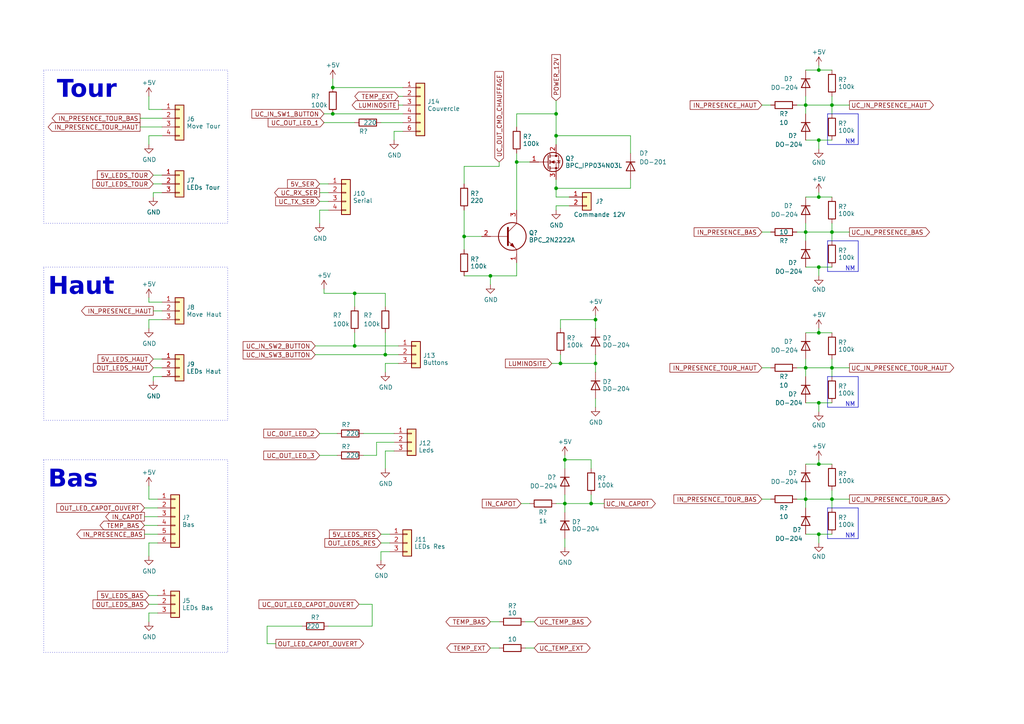
<source format=kicad_sch>
(kicad_sch (version 20230121) (generator eeschema)
  (paper "A4")
  (title_block (title "Cabane à Minou") (rev "B0") (company "BPC") (comment 1 "2 capteurs de température / 3 entrées détecteur de mouvement") (comment 2 "Wifi / Luminosité / RTC") (comment 3 "4 sorties Strip LEDs (Avec Alim. 5V pilotable)") (comment 4 "Alimentation 12V / 1 sortie 12V commutable"))
  (junction (at 172.72 92.71))
  (junction (at 111.76 102.87))
  (junction (at 161.29 54.61))
  (junction (at 96.52 25.4))
  (junction (at 172.72 105.41))
  (junction (at 237.49 40.64))
  (junction (at 233.68 30.48))
  (junction (at 161.29 33.02))
  (junction (at 237.49 134.62))
  (junction (at 163.83 133.35))
  (junction (at 237.49 20.32))
  (junction (at 96.52 33.02))
  (junction (at 237.49 116.84))
  (junction (at 142.24 80.01))
  (junction (at 241.3 106.68))
  (junction (at 241.3 67.31))
  (junction (at 233.68 67.31))
  (junction (at 233.68 106.68))
  (junction (at 163.83 146.05))
  (junction (at 237.49 77.47))
  (junction (at 237.49 154.94))
  (junction (at 233.68 144.78))
  (junction (at 102.87 100.33))
  (junction (at 102.87 85.09))
  (junction (at 161.29 39.37))
  (junction (at 237.49 57.15))
  (junction (at 162.56 105.41))
  (junction (at 237.49 96.52))
  (junction (at 149.86 46.99))
  (junction (at 171.45 146.05))
  (junction (at 241.3 30.48))
  (junction (at 134.62 68.58))
  (junction (at 241.3 144.78))
  (wire (pts (xy 95.25 60.96) (xy 92.71 60.96)))
  (wire (pts (xy 165.1 59.69) (xy 161.29 59.69)))
  (wire (pts (xy 162.56 105.41) (xy 172.72 105.41)))
  (wire (pts (xy 162.56 92.71) (xy 172.72 92.71)))
  (wire (pts (xy 233.68 96.52) (xy 237.49 96.52)))
  (wire (pts (xy 96.52 25.4) (xy 116.84 25.4)))
  (wire (pts (xy 233.68 104.14) (xy 233.68 106.68)))
  (polyline (pts (xy 240.03 69.85) (xy 240.03 78.74)))
  (wire (pts (xy 237.49 96.52) (xy 241.3 96.52)))
  (wire (pts (xy 41.91 152.4) (xy 45.72 152.4)))
  (wire (pts (xy 241.3 30.48) (xy 246.38 30.48)))
  (wire (pts (xy 241.3 30.48) (xy 241.3 33.02)))
  (wire (pts (xy 134.62 68.58) (xy 139.7 68.58)))
  (wire (pts (xy 237.49 154.94) (xy 237.49 157.48)))
  (wire (pts (xy 93.98 83.82) (xy 93.98 85.09)))
  (wire (pts (xy 233.68 27.94) (xy 233.68 30.48)))
  (polyline (pts (xy 240.03 78.74) (xy 248.92 78.74)))
  (wire (pts (xy 113.03 160.02) (xy 110.49 160.02)))
  (wire (pts (xy 40.64 36.83) (xy 46.99 36.83)))
  (wire (pts (xy 161.29 54.61) (xy 161.29 57.15)))
  (wire (pts (xy 142.24 180.34) (xy 144.78 180.34)))
  (wire (pts (xy 237.49 40.64) (xy 241.3 40.64)))
  (wire (pts (xy 182.88 39.37) (xy 182.88 44.45)))
  (wire (pts (xy 237.49 57.15) (xy 241.3 57.15)))
  (wire (pts (xy 92.71 132.08) (xy 97.79 132.08)))
  (wire (pts (xy 46.99 109.22) (xy 44.45 109.22)))
  (wire (pts (xy 43.18 175.26) (xy 45.72 175.26)))
  (wire (pts (xy 233.68 134.62) (xy 237.49 134.62)))
  (wire (pts (xy 237.49 116.84) (xy 241.3 116.84)))
  (wire (pts (xy 142.24 187.96) (xy 144.78 187.96)))
  (wire (pts (xy 93.98 35.56) (xy 102.87 35.56)))
  (wire (pts (xy 233.68 67.31) (xy 233.68 69.85)))
  (wire (pts (xy 115.57 30.48) (xy 116.84 30.48)))
  (wire (pts (xy 233.68 20.32) (xy 237.49 20.32)))
  (wire (pts (xy 43.18 172.72) (xy 45.72 172.72)))
  (polyline (pts (xy 248.92 156.21) (xy 248.92 147.32)))
  (wire (pts (xy 115.57 102.87) (xy 111.76 102.87)))
  (wire (pts (xy 110.49 35.56) (xy 116.84 35.56)))
  (wire (pts (xy 96.52 33.02) (xy 116.84 33.02)))
  (wire (pts (xy 171.45 133.35) (xy 163.83 133.35)))
  (wire (pts (xy 77.47 181.61) (xy 77.47 186.69)))
  (wire (pts (xy 46.99 39.37) (xy 43.18 39.37)))
  (wire (pts (xy 43.18 31.75) (xy 46.99 31.75)))
  (wire (pts (xy 114.3 38.1) (xy 116.84 38.1)))
  (wire (pts (xy 231.14 67.31) (xy 233.68 67.31)))
  (wire (pts (xy 233.68 142.24) (xy 233.68 144.78)))
  (wire (pts (xy 43.18 140.97) (xy 43.18 144.78)))
  (wire (pts (xy 43.18 157.48) (xy 43.18 161.29)))
  (wire (pts (xy 96.52 22.86) (xy 96.52 25.4)))
  (wire (pts (xy 220.98 144.78) (xy 223.52 144.78)))
  (wire (pts (xy 231.14 144.78) (xy 233.68 144.78)))
  (wire (pts (xy 151.13 146.05) (xy 153.67 146.05)))
  (wire (pts (xy 104.14 175.26) (xy 107.95 175.26)))
  (wire (pts (xy 43.18 27.94) (xy 43.18 31.75)))
  (wire (pts (xy 149.86 33.02) (xy 161.29 33.02)))
  (wire (pts (xy 111.76 105.41) (xy 115.57 105.41)))
  (wire (pts (xy 171.45 135.89) (xy 171.45 133.35)))
  (wire (pts (xy 43.18 92.71) (xy 46.99 92.71)))
  (wire (pts (xy 233.68 67.31) (xy 241.3 67.31)))
  (wire (pts (xy 233.68 30.48) (xy 233.68 33.02)))
  (wire (pts (xy 237.49 95.25) (xy 237.49 96.52)))
  (wire (pts (xy 114.3 128.27) (xy 109.22 128.27)))
  (wire (pts (xy 237.49 20.32) (xy 241.3 20.32)))
  (polyline (pts (xy 248.92 41.91) (xy 248.92 33.02)))
  (wire (pts (xy 172.72 102.87) (xy 172.72 105.41)))
  (wire (pts (xy 115.57 27.94) (xy 116.84 27.94)))
  (wire (pts (xy 163.83 133.35) (xy 163.83 135.89)))
  (wire (pts (xy 110.49 154.94) (xy 113.03 154.94)))
  (polyline (pts (xy 240.03 109.22) (xy 248.92 109.22)))
  (wire (pts (xy 161.29 146.05) (xy 163.83 146.05)))
  (wire (pts (xy 161.29 39.37) (xy 182.88 39.37)))
  (wire (pts (xy 134.62 68.58) (xy 134.62 72.39)))
  (wire (pts (xy 91.44 102.87) (xy 111.76 102.87)))
  (wire (pts (xy 237.49 133.35) (xy 237.49 134.62)))
  (wire (pts (xy 149.86 46.99) (xy 149.86 60.96)))
  (wire (pts (xy 111.76 102.87) (xy 111.76 96.52)))
  (wire (pts (xy 102.87 85.09) (xy 111.76 85.09)))
  (wire (pts (xy 171.45 146.05) (xy 175.26 146.05)))
  (wire (pts (xy 172.72 91.44) (xy 172.72 92.71)))
  (wire (pts (xy 43.18 86.36) (xy 43.18 87.63)))
  (wire (pts (xy 163.83 156.21) (xy 163.83 158.75)))
  (wire (pts (xy 237.49 154.94) (xy 241.3 154.94)))
  (wire (pts (xy 233.68 64.77) (xy 233.68 67.31)))
  (wire (pts (xy 162.56 95.25) (xy 162.56 92.71)))
  (wire (pts (xy 87.63 181.61) (xy 77.47 181.61)))
  (wire (pts (xy 160.02 105.41) (xy 162.56 105.41)))
  (wire (pts (xy 237.49 77.47) (xy 241.3 77.47)))
  (wire (pts (xy 105.41 125.73) (xy 114.3 125.73)))
  (wire (pts (xy 77.47 186.69) (xy 80.01 186.69)))
  (wire (pts (xy 233.68 57.15) (xy 237.49 57.15)))
  (wire (pts (xy 110.49 157.48) (xy 113.03 157.48)))
  (wire (pts (xy 237.49 134.62) (xy 241.3 134.62)))
  (wire (pts (xy 115.57 100.33) (xy 102.87 100.33)))
  (wire (pts (xy 92.71 125.73) (xy 97.79 125.73)))
  (wire (pts (xy 109.22 128.27) (xy 109.22 132.08)))
  (wire (pts (xy 40.64 34.29) (xy 46.99 34.29)))
  (wire (pts (xy 163.83 132.08) (xy 163.83 133.35)))
  (wire (pts (xy 237.49 116.84) (xy 237.49 119.38)))
  (wire (pts (xy 161.29 33.02) (xy 161.29 39.37)))
  (wire (pts (xy 110.49 160.02) (xy 110.49 162.56)))
  (wire (pts (xy 237.49 77.47) (xy 237.49 80.01)))
  (wire (pts (xy 161.29 57.15) (xy 165.1 57.15)))
  (wire (pts (xy 233.68 77.47) (xy 237.49 77.47)))
  (wire (pts (xy 43.18 95.25) (xy 43.18 92.71)))
  (wire (pts (xy 41.91 154.94) (xy 45.72 154.94)))
  (wire (pts (xy 102.87 100.33) (xy 102.87 96.52)))
  (wire (pts (xy 171.45 146.05) (xy 171.45 143.51)))
  (wire (pts (xy 93.98 33.02) (xy 96.52 33.02)))
  (polyline (pts (xy 240.03 69.85) (xy 248.92 69.85)))
  (polyline (pts (xy 240.03 33.02) (xy 248.92 33.02)))
  (wire (pts (xy 161.29 52.07) (xy 161.29 54.61)))
  (wire (pts (xy 144.78 48.26) (xy 134.62 48.26)))
  (wire (pts (xy 220.98 67.31) (xy 223.52 67.31)))
  (wire (pts (xy 109.22 132.08) (xy 105.41 132.08)))
  (wire (pts (xy 134.62 80.01) (xy 142.24 80.01)))
  (wire (pts (xy 91.44 100.33) (xy 102.87 100.33)))
  (wire (pts (xy 241.3 27.94) (xy 241.3 30.48)))
  (polyline (pts (xy 240.03 109.22) (xy 240.03 118.11)))
  (wire (pts (xy 149.86 36.83) (xy 149.86 33.02)))
  (wire (pts (xy 172.72 115.57) (xy 172.72 118.11)))
  (wire (pts (xy 172.72 105.41) (xy 172.72 107.95)))
  (wire (pts (xy 161.29 54.61) (xy 182.88 54.61)))
  (wire (pts (xy 92.71 60.96) (xy 92.71 64.77)))
  (wire (pts (xy 45.72 177.8) (xy 43.18 177.8)))
  (wire (pts (xy 152.4 180.34) (xy 154.94 180.34)))
  (wire (pts (xy 152.4 187.96) (xy 154.94 187.96)))
  (wire (pts (xy 233.68 30.48) (xy 241.3 30.48)))
  (wire (pts (xy 233.68 116.84) (xy 237.49 116.84)))
  (wire (pts (xy 241.3 144.78) (xy 241.3 147.32)))
  (wire (pts (xy 43.18 157.48) (xy 45.72 157.48)))
  (wire (pts (xy 44.45 50.8) (xy 46.99 50.8)))
  (wire (pts (xy 134.62 60.96) (xy 134.62 68.58)))
  (wire (pts (xy 241.3 64.77) (xy 241.3 67.31)))
  (wire (pts (xy 241.3 106.68) (xy 246.38 106.68)))
  (wire (pts (xy 107.95 175.26) (xy 107.95 181.61)))
  (wire (pts (xy 102.87 85.09) (xy 102.87 88.9)))
  (wire (pts (xy 44.45 90.17) (xy 46.99 90.17)))
  (wire (pts (xy 43.18 39.37) (xy 43.18 41.91)))
  (wire (pts (xy 92.71 58.42) (xy 95.25 58.42)))
  (wire (pts (xy 92.71 55.88) (xy 95.25 55.88)))
  (wire (pts (xy 161.29 33.02) (xy 161.29 29.21)))
  (wire (pts (xy 241.3 104.14) (xy 241.3 106.68)))
  (wire (pts (xy 162.56 102.87) (xy 162.56 105.41)))
  (wire (pts (xy 44.45 53.34) (xy 46.99 53.34)))
  (wire (pts (xy 233.68 106.68) (xy 241.3 106.68)))
  (wire (pts (xy 220.98 30.48) (xy 223.52 30.48)))
  (wire (pts (xy 107.95 181.61) (xy 95.25 181.61)))
  (wire (pts (xy 149.86 46.99) (xy 149.86 44.45)))
  (wire (pts (xy 182.88 54.61) (xy 182.88 52.07)))
  (wire (pts (xy 44.45 104.14) (xy 46.99 104.14)))
  (wire (pts (xy 142.24 80.01) (xy 149.86 80.01)))
  (wire (pts (xy 93.98 85.09) (xy 102.87 85.09)))
  (wire (pts (xy 111.76 85.09) (xy 111.76 88.9)))
  (wire (pts (xy 231.14 106.68) (xy 233.68 106.68)))
  (wire (pts (xy 233.68 144.78) (xy 241.3 144.78)))
  (polyline (pts (xy 240.03 147.32) (xy 248.92 147.32)))
  (wire (pts (xy 43.18 87.63) (xy 46.99 87.63)))
  (wire (pts (xy 161.29 59.69) (xy 161.29 60.96)))
  (wire (pts (xy 241.3 67.31) (xy 241.3 69.85)))
  (wire (pts (xy 237.49 55.88) (xy 237.49 57.15)))
  (wire (pts (xy 241.3 144.78) (xy 246.38 144.78)))
  (wire (pts (xy 233.68 144.78) (xy 233.68 147.32)))
  (wire (pts (xy 92.71 53.34) (xy 95.25 53.34)))
  (polyline (pts (xy 248.92 78.74) (xy 248.92 69.85)))
  (wire (pts (xy 172.72 92.71) (xy 172.72 95.25)))
  (polyline (pts (xy 248.92 118.11) (xy 248.92 109.22)))
  (wire (pts (xy 111.76 107.95) (xy 111.76 105.41)))
  (wire (pts (xy 41.91 149.86) (xy 45.72 149.86)))
  (wire (pts (xy 43.18 177.8) (xy 43.18 180.34)))
  (polyline (pts (xy 240.03 33.02) (xy 240.03 41.91)))
  (wire (pts (xy 163.83 146.05) (xy 171.45 146.05)))
  (wire (pts (xy 44.45 55.88) (xy 46.99 55.88)))
  (polyline (pts (xy 240.03 156.21) (xy 248.92 156.21)))
  (wire (pts (xy 163.83 143.51) (xy 163.83 146.05)))
  (polyline (pts (xy 240.03 41.91) (xy 248.92 41.91)))
  (wire (pts (xy 142.24 82.55) (xy 142.24 80.01)))
  (polyline (pts (xy 240.03 118.11) (xy 248.92 118.11)))
  (wire (pts (xy 237.49 40.64) (xy 237.49 43.18)))
  (wire (pts (xy 233.68 40.64) (xy 237.49 40.64)))
  (wire (pts (xy 114.3 40.64) (xy 114.3 38.1)))
  (wire (pts (xy 233.68 154.94) (xy 237.49 154.94)))
  (wire (pts (xy 44.45 106.68) (xy 46.99 106.68)))
  (wire (pts (xy 149.86 80.01) (xy 149.86 76.2)))
  (wire (pts (xy 241.3 67.31) (xy 246.38 67.31)))
  (wire (pts (xy 153.67 46.99) (xy 149.86 46.99)))
  (wire (pts (xy 231.14 30.48) (xy 233.68 30.48)))
  (wire (pts (xy 44.45 57.15) (xy 44.45 55.88)))
  (wire (pts (xy 237.49 19.05) (xy 237.49 20.32)))
  (wire (pts (xy 233.68 106.68) (xy 233.68 109.22)))
  (wire (pts (xy 114.3 130.81) (xy 111.76 130.81)))
  (wire (pts (xy 134.62 48.26) (xy 134.62 53.34)))
  (wire (pts (xy 45.72 144.78) (xy 43.18 144.78)))
  (wire (pts (xy 241.3 106.68) (xy 241.3 109.22)))
  (polyline (pts (xy 240.03 147.32) (xy 240.03 156.21)))
  (wire (pts (xy 163.83 146.05) (xy 163.83 148.59)))
  (wire (pts (xy 144.78 46.99) (xy 144.78 48.26)))
  (wire (pts (xy 241.3 142.24) (xy 241.3 144.78)))
  (wire (pts (xy 161.29 41.91) (xy 161.29 39.37)))
  (wire (pts (xy 44.45 109.22) (xy 44.45 110.49)))
  (wire (pts (xy 41.91 147.32) (xy 45.72 147.32)))
  (wire (pts (xy 220.98 106.68) (xy 223.52 106.68)))
  (wire (pts (xy 111.76 130.81) (xy 111.76 135.89)))
  (rectangle (start 12.7 77.47) (end 66.04 121.92) (stroke (width 0) (type dot)))
  (rectangle (start 12.7 133.35) (end 66.04 189.23) (stroke (width 0) (type dot)))
  (rectangle (start 12.7 20.32) (end 66.04 64.77) (stroke (width 0) (type dot)))
  (text "Haut" (at 13.97 87.63 0) (effects (font (size 5.08 5.08) (thickness 0.254) bold) (justify left bottom)))
  (text "NM" (at 245.11 41.91 0) (effects (font (size 1.27 1.27)) (justify left bottom)))
  (text "Tour" (at 16.51 30.48 0) (effects (font (size 5.08 5.08) (thickness 0.254) bold) (justify left bottom)))
  (text "NM" (at 245.11 78.74 0) (effects (font (size 1.27 1.27)) (justify left bottom)))
  (text "Bas" (at 13.97 143.51 0) (effects (font (size 5.08 5.08) (thickness 0.254) bold) (justify left bottom)))
  (text "NM" (at 245.11 156.21 0) (effects (font (size 1.27 1.27)) (justify left bottom)))
  (text "NM" (at 245.11 118.11 0) (effects (font (size 1.27 1.27)) (justify left bottom)))
  (global_label "TEMP_BAS" (shape bidirectional) (at 142.24 180.34 180) (property "Intersheetrefs" "${INTERSHEET_REFS}" (effects hide)))
  (global_label "UC_IN_SW3_BUTTON" (shape input) (at 91.44 102.87 180) (property "Intersheetrefs" "${INTERSHEET_REFS}" (effects hide)))
  (global_label "OUT_LEDS_RES" (shape input) (at 110.49 157.48 180) (property "Intersheetrefs" "${INTERSHEET_REFS}" (effects hide)))
  (global_label "UC_IN_CAPOT" (shape output) (at 175.26 146.05 0) (property "Intersheetrefs" "${INTERSHEET_REFS}" (effects hide)))
  (global_label "UC_OUT_LED_1" (shape input) (at 93.98 35.56 180) (property "Intersheetrefs" "${INTERSHEET_REFS}" (effects hide)))
  (global_label "LUMINOSITE" (shape input) (at 160.02 105.41 180) (property "Intersheetrefs" "${INTERSHEET_REFS}" (effects hide)))
  (global_label "IN_PRESENCE_BAS" (shape output) (at 41.91 154.94 180) (property "Intersheetrefs" "${INTERSHEET_REFS}" (effects hide)))
  (global_label "5V_LEDS_RES" (shape input) (at 110.49 154.94 180) (property "Intersheetrefs" "${INTERSHEET_REFS}" (effects hide)))
  (global_label "IN_PRESENCE_BAS" (shape input) (at 220.98 67.31 180) (property "Intersheetrefs" "${INTERSHEET_REFS}" (effects hide)))
  (global_label "OUT_LEDS_TOUR" (shape input) (at 44.45 53.34 180) (property "Intersheetrefs" "${INTERSHEET_REFS}" (effects hide)))
  (global_label "IN_CAPOT" (shape output) (at 41.91 149.86 180) (property "Intersheetrefs" "${INTERSHEET_REFS}" (effects hide)))
  (global_label "UC_IN_PRESENCE_TOUR_HAUT" (shape output) (at 246.38 106.68 0) (property "Intersheetrefs" "${INTERSHEET_REFS}" (effects hide)))
  (global_label "UC_IN_SW1_BUTTON" (shape input) (at 93.98 33.02 180) (property "Intersheetrefs" "${INTERSHEET_REFS}" (effects hide)))
  (global_label "TEMP_BAS" (shape bidirectional) (at 41.91 152.4 180) (property "Intersheetrefs" "${INTERSHEET_REFS}" (effects hide)))
  (global_label "UC_OUT_LED_CAPOT_OUVERT" (shape input) (at 104.14 175.26 180) (property "Intersheetrefs" "${INTERSHEET_REFS}" (effects hide)))
  (global_label "IN_CAPOT" (shape input) (at 151.13 146.05 180) (property "Intersheetrefs" "${INTERSHEET_REFS}" (effects hide)))
  (global_label "UC_OUT_LED_2" (shape input) (at 92.71 125.73 180) (property "Intersheetrefs" "${INTERSHEET_REFS}" (effects hide)))
  (global_label "5V_SER" (shape input) (at 92.71 53.34 180) (property "Intersheetrefs" "${INTERSHEET_REFS}" (effects hide)))
  (global_label "UC_IN_SW2_BUTTON" (shape input) (at 91.44 100.33 180) (property "Intersheetrefs" "${INTERSHEET_REFS}" (effects hide)))
  (global_label "UC_TEMP_EXT" (shape bidirectional) (at 154.94 187.96 0) (property "Intersheetrefs" "${INTERSHEET_REFS}" (effects hide)))
  (global_label "UC_OUT_CMD_CHAUFFAGE" (shape input) (at 144.78 46.99 90) (property "Intersheetrefs" "${INTERSHEET_REFS}" (effects hide)))
  (global_label "IN_PRESENCE_TOUR_BAS" (shape output) (at 40.64 34.29 180) (property "Intersheetrefs" "${INTERSHEET_REFS}" (effects hide)))
  (global_label "OUT_LED_CAPOT_OUVERT" (shape input) (at 41.91 147.32 180) (property "Intersheetrefs" "${INTERSHEET_REFS}" (effects hide)))
  (global_label "POWER_12V" (shape input) (at 161.29 29.21 90) (property "Intersheetrefs" "${INTERSHEET_REFS}" (effects hide)))
  (global_label "UC_TEMP_BAS" (shape bidirectional) (at 154.94 180.34 0) (property "Intersheetrefs" "${INTERSHEET_REFS}" (effects hide)))
  (global_label "TEMP_EXT" (shape bidirectional) (at 115.57 27.94 180) (property "Intersheetrefs" "${INTERSHEET_REFS}" (effects hide)))
  (global_label "LUMINOSITE" (shape output) (at 115.57 30.48 180) (property "Intersheetrefs" "${INTERSHEET_REFS}" (effects hide)))
  (global_label "UC_IN_PRESENCE_HAUT" (shape output) (at 246.38 30.48 0) (property "Intersheetrefs" "${INTERSHEET_REFS}" (effects hide)))
  (global_label "IN_PRESENCE_HAUT" (shape input) (at 220.98 30.48 180) (property "Intersheetrefs" "${INTERSHEET_REFS}" (effects hide)))
  (global_label "5V_LEDS_BAS" (shape input) (at 43.18 172.72 180) (property "Intersheetrefs" "${INTERSHEET_REFS}" (effects hide)))
  (global_label "UC_OUT_LED_3" (shape input) (at 92.71 132.08 180) (property "Intersheetrefs" "${INTERSHEET_REFS}" (effects hide)))
  (global_label "UC_IN_PRESENCE_TOUR_BAS" (shape output) (at 246.38 144.78 0) (property "Intersheetrefs" "${INTERSHEET_REFS}" (effects hide)))
  (global_label "OUT_LEDS_HAUT" (shape input) (at 44.45 106.68 180) (property "Intersheetrefs" "${INTERSHEET_REFS}" (effects hide)))
  (global_label "5V_LEDS_TOUR" (shape input) (at 44.45 50.8 180) (property "Intersheetrefs" "${INTERSHEET_REFS}" (effects hide)))
  (global_label "UC_IN_PRESENCE_BAS" (shape output) (at 246.38 67.31 0) (property "Intersheetrefs" "${INTERSHEET_REFS}" (effects hide)))
  (global_label "TEMP_EXT" (shape bidirectional) (at 142.24 187.96 180) (property "Intersheetrefs" "${INTERSHEET_REFS}" (effects hide)))
  (global_label "OUT_LEDS_BAS" (shape input) (at 43.18 175.26 180) (property "Intersheetrefs" "${INTERSHEET_REFS}" (effects hide)))
  (global_label "5V_LEDS_HAUT" (shape input) (at 44.45 104.14 180) (property "Intersheetrefs" "${INTERSHEET_REFS}" (effects hide)))
  (global_label "IN_PRESENCE_TOUR_HAUT" (shape output) (at 40.64 36.83 180) (property "Intersheetrefs" "${INTERSHEET_REFS}" (effects hide)))
  (global_label "OUT_LED_CAPOT_OUVERT" (shape output) (at 80.01 186.69 0) (property "Intersheetrefs" "${INTERSHEET_REFS}" (effects hide)))
  (global_label "IN_PRESENCE_TOUR_BAS" (shape input) (at 220.98 144.78 180) (property "Intersheetrefs" "${INTERSHEET_REFS}" (effects hide)))
  (global_label "IN_PRESENCE_HAUT" (shape output) (at 44.45 90.17 180) (property "Intersheetrefs" "${INTERSHEET_REFS}" (effects hide)))
  (global_label "UC_TX_SER" (shape input) (at 92.71 58.42 180) (property "Intersheetrefs" "${INTERSHEET_REFS}" (effects hide)))
  (global_label "IN_PRESENCE_TOUR_HAUT" (shape input) (at 220.98 106.68 180) (property "Intersheetrefs" "${INTERSHEET_REFS}" (effects hide)))
  (global_label "UC_RX_SER" (shape output) (at 92.71 55.88 180) (property "Intersheetrefs" "${INTERSHEET_REFS}" (effects hide)))
  (symbol (lib_id "power:GND") (at 142.24 82.55 0) (unit 1)
    (property "Reference" "#PWR?" (effects hide))
    (property "Value" "GND" (at 142.367 86.9442 0))
    (instances (project "cabane_minou" (path "" (reference "#PWR?") (unit 1)) (path "" (reference "#PWR?") (unit 1)) (path "" (reference "#PWR060") (unit 1))))
  )
  (symbol (lib_id "Device:D") (at 233.68 60.96 270) (unit 1)
    (property "Reference" "D?" (at 227.33 59.69 90) (effects (justify left)))
    (property "Value" "DO-204" (at 223.52 62.23 90) (effects (justify left)))
    (property "Footprint" "Diode_THT:D_A-405_P2.54mm_Vertical_AnodeUp" (effects hide))
    (property "Sim.Device" "D" (effects hide))
    (property "Sim.Pins" "1=K 2=A" (effects hide))
    (instances (project "cabane_minou" (path "" (reference "D?") (unit 1)) (path "" (reference "D?") (unit 1)) (path "" (reference "D12") (unit 1))))
  )
  (symbol (lib_id "power:GND") (at 237.49 80.01 0) (unit 1)
    (property "Reference" "#PWR?" (effects hide))
    (property "Value" "GND" (at 237.49 83.955 0))
    (instances (project "cabane_minou" (path "" (reference "#PWR?") (unit 1)) (path "" (reference "#PWR?") (unit 1)) (path "" (reference "#PWR069") (unit 1))))
  )
  (symbol (lib_id "power:GND") (at 110.49 162.56 0) (unit 1)
    (property "Reference" "#PWR?" (effects hide))
    (property "Value" "GND" (at 110.617 166.9542 0))
    (instances (project "cabane_minou" (path "" (reference "#PWR?") (unit 1)) (path "" (reference "#PWR?") (unit 1)) (path "" (reference "#PWR056") (unit 1)) (path "" (reference "#PWR?") (unit 1))))
  )
  (symbol (lib_id "Device:R") (at 96.52 29.21 0) (unit 1)
    (property "Reference" "R?" (at 90.17 27.94 0) (effects (justify left)))
    (property "Value" "100k" (at 90.17 30.48 0) (effects (justify left)))
    (property "Footprint" "Resistor_THT:R_Axial_DIN0204_L3.6mm_D1.6mm_P7.62mm_Horizontal" (effects hide))
    (instances (project "cabane_minou" (path "" (reference "R?") (unit 1)) (path "" (reference "R?") (unit 1)) (path "" (reference "R14") (unit 1))))
  )
  (symbol (lib_id "Connector_Generic:Conn_01x03") (at 52.07 53.34 0) (unit 1)
    (property "Reference" "J7" (at 54.102 52.316 0) (effects (justify left)))
    (property "Value" "LEDs Tour" (at 54.102 54.364 0) (effects (justify left)))
    (property "Footprint" "TerminalBlock_Phoenix:TerminalBlock_Phoenix_MKDS-3-3-5.08_1x03_P5.08mm_Horizontal" (effects hide))
    (instances (project "cabane_minou" (path "" (reference "J7") (unit 1)) (path "" (reference "J?") (unit 1))))
  )
  (symbol (lib_id "power:+5V") (at 163.83 132.08 0) (unit 1)
    (property "Reference" "#PWR?" (effects hide))
    (property "Value" "+5V" (at 163.83 128.135 0))
    (instances (project "cabane_minou" (path "" (reference "#PWR?") (unit 1)) (path "" (reference "#PWR?") (unit 1)) (path "" (reference "#PWR062") (unit 1))))
  )
  (symbol (lib_id "Device:R") (at 241.3 24.13 0) (unit 1)
    (property "Reference" "R?" (at 243.078 23.106 0) (effects (justify left)))
    (property "Value" "100k" (at 243.078 25.154 0) (effects (justify left)))
    (property "Footprint" "Resistor_THT:R_Axial_DIN0204_L3.6mm_D1.6mm_P7.62mm_Horizontal" (effects hide))
    (instances (project "cabane_minou" (path "" (reference "R?") (unit 1)) (path "" (reference "R?") (unit 1)) (path "" (reference "R32") (unit 1))))
  )
  (symbol (lib_id "Device:D") (at 233.68 151.13 270) (unit 1)
    (property "Reference" "D?" (at 229.87 153.67 90) (effects (justify left)))
    (property "Value" "DO-204" (at 224.79 156.21 90) (effects (justify left)))
    (property "Footprint" "Diode_THT:D_A-405_P2.54mm_Vertical_AnodeUp" (effects hide))
    (property "Sim.Device" "D" (effects hide))
    (property "Sim.Pins" "1=K 2=A" (effects hide))
    (instances (project "cabane_minou" (path "" (reference "D?") (unit 1)) (path "" (reference "D?") (unit 1)) (path "" (reference "D17") (unit 1))))
  )
  (symbol (lib_id "power:+5V") (at 237.49 19.05 0) (unit 1)
    (property "Reference" "#PWR?" (effects hide))
    (property "Value" "+5V" (at 237.49 15.105 0))
    (instances (project "cabane_minou" (path "" (reference "#PWR?") (unit 1)) (path "" (reference "#PWR?") (unit 1)) (path "" (reference "#PWR066") (unit 1))))
  )
  (symbol (lib_id "Device:R") (at 241.3 73.66 0) (unit 1)
    (property "Reference" "R?" (at 243.078 72.636 0) (effects (justify left)))
    (property "Value" "100k" (at 243.078 74.684 0) (effects (justify left)))
    (property "Footprint" "Resistor_THT:R_Axial_DIN0204_L3.6mm_D1.6mm_P7.62mm_Horizontal" (effects hide))
    (instances (project "cabane_minou" (path "" (reference "R?") (unit 1)) (path "" (reference "R?") (unit 1)) (path "" (reference "R35") (unit 1))))
  )
  (symbol (lib_id "Device:D") (at 182.88 48.26 270) (unit 1)
    (property "Reference" "D?" (at 185.42 44.45 90) (effects (justify left)))
    (property "Value" "DO-201" (at 185.42 46.99 90) (effects (justify left)))
    (property "Footprint" "Diode_THT:D_A-405_P2.54mm_Vertical_AnodeUp" (effects hide))
    (property "Sim.Device" "D" (effects hide))
    (property "Sim.Pins" "1=K 2=A" (effects hide))
    (instances (project "cabane_minou" (path "" (reference "D?") (unit 1)) (path "" (reference "D?") (unit 1)) (path "" (reference "D9") (unit 1))))
  )
  (symbol (lib_id "Device:R") (at 241.3 36.83 0) (unit 1)
    (property "Reference" "R?" (at 243.078 35.806 0) (effects (justify left)))
    (property "Value" "100k" (at 243.078 37.854 0) (effects (justify left)))
    (property "Footprint" "Resistor_THT:R_Axial_DIN0204_L3.6mm_D1.6mm_P7.62mm_Horizontal" (effects hide))
    (instances (project "cabane_minou" (path "" (reference "R?") (unit 1)) (path "" (reference "R?") (unit 1)) (path "" (reference "R33") (unit 1))))
  )
  (symbol (lib_id "Device:R") (at 101.6 125.73 270) (unit 1)
    (property "Reference" "R?" (at 99.06 123.19 90) (effects (justify left)))
    (property "Value" "220" (at 100.33 125.73 90) (effects (justify left)))
    (property "Footprint" "Resistor_THT:R_Axial_DIN0204_L3.6mm_D1.6mm_P7.62mm_Horizontal" (effects hide))
    (instances (project "cabane_minou" (path "" (reference "R?") (unit 1)) (path "" (reference "R?") (unit 1)) (path "" (reference "R15") (unit 1))))
  )
  (symbol (lib_id "power:GND") (at 111.76 135.89 0) (unit 1)
    (property "Reference" "#PWR?" (effects hide))
    (property "Value" "GND" (at 111.887 140.2842 0))
    (instances (project "cabane_minou" (path "" (reference "#PWR?") (unit 1)) (path "" (reference "#PWR?") (unit 1)) (path "" (reference "#PWR058") (unit 1))))
  )
  (symbol (lib_id "power:GND") (at 237.49 157.48 0) (unit 1)
    (property "Reference" "#PWR?" (effects hide))
    (property "Value" "GND" (at 237.49 161.425 0))
    (instances (project "cabane_minou" (path "" (reference "#PWR?") (unit 1)) (path "" (reference "#PWR?") (unit 1)) (path "" (reference "#PWR073") (unit 1))))
  )
  (symbol (lib_id "Device:R") (at 227.33 106.68 270) (unit 1)
    (property "Reference" "R?" (at 227.33 109.22 90))
    (property "Value" "10" (at 227.33 111.76 90))
    (property "Footprint" "Resistor_THT:R_Axial_DIN0204_L3.6mm_D1.6mm_P7.62mm_Horizontal" (effects hide))
    (instances (project "cabane_minou" (path "" (reference "R?") (unit 1)) (path "" (reference "R?") (unit 1)) (path "" (reference "R30") (unit 1))))
  )
  (symbol (lib_id "Device:R") (at 102.87 92.71 0) (unit 1)
    (property "Reference" "R?" (at 96.52 91.44 0) (effects (justify left)))
    (property "Value" "100k" (at 96.52 93.98 0) (effects (justify left)))
    (property "Footprint" "Resistor_THT:R_Axial_DIN0204_L3.6mm_D1.6mm_P7.62mm_Horizontal" (effects hide))
    (instances (project "cabane_minou" (path "" (reference "R?") (unit 1)) (path "" (reference "R?") (unit 1)) (path "" (reference "R17") (unit 1))))
  )
  (symbol (lib_id "power:GND") (at 237.49 119.38 0) (unit 1)
    (property "Reference" "#PWR?" (effects hide))
    (property "Value" "GND" (at 237.49 123.325 0))
    (instances (project "cabane_minou" (path "" (reference "#PWR?") (unit 1)) (path "" (reference "#PWR?") (unit 1)) (path "" (reference "#PWR071") (unit 1))))
  )
  (symbol (lib_id "Device:R") (at 162.56 99.06 0) (unit 1)
    (property "Reference" "R?" (at 164.338 98.036 0) (effects (justify left)))
    (property "Value" "100k" (at 164.338 100.084 0) (effects (justify left)))
    (property "Footprint" "Resistor_THT:R_Axial_DIN0204_L3.6mm_D1.6mm_P7.62mm_Horizontal" (effects hide))
    (instances (project "cabane_minou" (path "" (reference "R?") (unit 1)) (path "" (reference "R?") (unit 1)) (path "" (reference "R26") (unit 1))))
  )
  (symbol (lib_id "Device:D") (at 233.68 36.83 270) (unit 1)
    (property "Reference" "D?" (at 228.6 39.37 90) (effects (justify left)))
    (property "Value" "DO-204" (at 224.79 41.91 90) (effects (justify left)))
    (property "Footprint" "Diode_THT:D_A-405_P2.54mm_Vertical_AnodeUp" (effects hide))
    (property "Sim.Device" "D" (effects hide))
    (property "Sim.Pins" "1=K 2=A" (effects hide))
    (instances (project "cabane_minou" (path "" (reference "D?") (unit 1)) (path "" (reference "D?") (unit 1)) (path "" (reference "D11") (unit 1))))
  )
  (symbol (lib_id "Connector_Generic:Conn_01x03") (at 119.38 128.27 0) (unit 1)
    (property "Reference" "J12" (at 121.412 128.516 0) (effects (justify left)))
    (property "Value" "Leds" (at 121.412 130.564 0) (effects (justify left)))
    (property "Footprint" "Connector_JST:JST_EH_B3B-EH-A_1x03_P2.50mm_Vertical" (effects hide))
  )
  (symbol (lib_id "Device:D") (at 172.72 111.76 270) (unit 1)
    (property "Reference" "D?" (at 174.752 110.736 90) (effects (justify left)))
    (property "Value" "DO-204" (at 174.752 112.784 90) (effects (justify left)))
    (property "Footprint" "Diode_THT:D_A-405_P2.54mm_Vertical_AnodeUp" (effects hide))
    (property "Sim.Device" "D" (effects hide))
    (property "Sim.Pins" "1=K 2=A" (effects hide))
    (instances (project "cabane_minou" (path "" (reference "D?") (unit 1)) (path "" (reference "D?") (unit 1)) (path "" (reference "D8") (unit 1))))
  )
  (symbol (lib_id "Device:D") (at 233.68 138.43 270) (unit 1)
    (property "Reference" "D?" (at 228.6 137.16 90) (effects (justify left)))
    (property "Value" "DO-204" (at 223.52 139.7 90) (effects (justify left)))
    (property "Footprint" "Diode_THT:D_A-405_P2.54mm_Vertical_AnodeUp" (effects hide))
    (property "Sim.Device" "D" (effects hide))
    (property "Sim.Pins" "1=K 2=A" (effects hide))
    (instances (project "cabane_minou" (path "" (reference "D?") (unit 1)) (path "" (reference "D?") (unit 1)) (path "" (reference "D16") (unit 1))))
  )
  (symbol (lib_id "Connector_Generic:Conn_01x03") (at 52.07 106.68 0) (unit 1)
    (property "Reference" "J9" (at 54.102 105.656 0) (effects (justify left)))
    (property "Value" "LEDs Haut" (at 54.102 107.704 0) (effects (justify left)))
    (property "Footprint" "TerminalBlock_Phoenix:TerminalBlock_Phoenix_MKDS-3-3-5.08_1x03_P5.08mm_Horizontal" (effects hide))
    (instances (project "cabane_minou" (path "" (reference "J9") (unit 1)) (path "" (reference "J?") (unit 1))))
  )
  (symbol (lib_id "bpc:BPC_2N2222A") (at 139.7 68.58 0) (unit 1)
    (property "Reference" "Q?" (at 153.3652 67.556 0) (effects (justify left)))
    (property "Value" "BPC_2N2222A" (at 153.3652 69.604 0) (effects (justify left)))
    (property "Footprint" "Package_TO_SOT_THT:TO-92" (effects hide))
    (property "Datasheet" "https://www.arrow.com/en/products/2n2222a/microsemi" (effects hide))
    (property "Description" "Trans GP BJT NPN 50V 0.8A 3-Pin TO-18" (effects hide))
    (property "Manufacturer_Name" "Microsemi Corporation" (effects hide))
    (property "Manufacturer_Part_Number" "2N2222A" (effects hide))
    (property "Mouser Part Number" "494-2N2222A" (effects hide))
    (property "Mouser Price/Stock" "https://www.mouser.co.uk/ProductDetail/Microchip-Microsemi/2N2222A?qs=TXMzd3F6EylR6f6YErRW3Q%3D%3D" (effects hide))
    (property "Arrow Part Number" "2N2222A" (effects hide))
    (property "Arrow Price/Stock" "https://www.arrow.com/en/products/2n2222a/microsemi" (effects hide))
    (instances (project "cabane_minou" (path "" (reference "Q?") (unit 1)) (path "" (reference "Q?") (unit 1)) (path "" (reference "Q5") (unit 1))))
  )
  (symbol (lib_id "power:GND") (at 161.29 60.96 0) (unit 1)
    (property "Reference" "#PWR?" (effects hide))
    (property "Value" "GND" (at 161.417 65.3542 0))
    (instances (project "cabane_minou" (path "" (reference "#PWR?") (unit 1)) (path "" (reference "#PWR?") (unit 1)) (path "" (reference "#PWR061") (unit 1))))
  )
  (symbol (lib_id "power:+5V") (at 43.18 86.36 0) (unit 1)
    (property "Reference" "#PWR?" (effects hide))
    (property "Value" "+5V" (at 43.18 82.415 0))
    (instances (project "cabane_minou" (path "" (reference "#PWR?") (unit 1)) (path "" (reference "#PWR?") (unit 1)) (path "" (reference "#PWR046") (unit 1))))
  )
  (symbol (lib_id "Device:D") (at 233.68 113.03 270) (unit 1)
    (property "Reference" "D?" (at 228.6 114.3 90) (effects (justify left)))
    (property "Value" "DO-204" (at 224.79 116.84 90) (effects (justify left)))
    (property "Footprint" "Diode_THT:D_A-405_P2.54mm_Vertical_AnodeUp" (effects hide))
    (property "Sim.Device" "D" (effects hide))
    (property "Sim.Pins" "1=K 2=A" (effects hide))
    (instances (project "cabane_minou" (path "" (reference "D?") (unit 1)) (path "" (reference "D?") (unit 1)) (path "" (reference "D15") (unit 1))))
  )
  (symbol (lib_id "Connector_Generic:Conn_01x06") (at 50.8 149.86 0) (unit 1)
    (property "Reference" "J?" (at 52.832 150.106 0) (effects (justify left)))
    (property "Value" "Bas" (at 52.832 152.154 0) (effects (justify left)))
    (property "Footprint" "TerminalBlock_Phoenix:TerminalBlock_Phoenix_MKDS-3-6-5.08_1x06_P5.08mm_Horizontal" (effects hide))
    (instances (project "cabane_minou" (path "" (reference "J?") (unit 1)) (path "" (reference "J?") (unit 1)) (path "" (reference "J4") (unit 1))))
  )
  (symbol (lib_id "Device:R") (at 148.59 180.34 270) (unit 1)
    (property "Reference" "R?" (at 148.59 175.744 90))
    (property "Value" "10" (at 148.59 177.792 90))
    (property "Footprint" "Resistor_THT:R_Axial_DIN0204_L3.6mm_D1.6mm_P7.62mm_Horizontal" (effects hide))
    (instances (project "cabane_minou" (path "" (reference "R?") (unit 1)) (path "" (reference "R?") (unit 1)) (path "" (reference "R22") (unit 1))))
  )
  (symbol (lib_id "power:+5V") (at 237.49 133.35 0) (unit 1)
    (property "Reference" "#PWR?" (effects hide))
    (property "Value" "+5V" (at 237.49 129.405 0))
    (instances (project "cabane_minou" (path "" (reference "#PWR?") (unit 1)) (path "" (reference "#PWR?") (unit 1)) (path "" (reference "#PWR072") (unit 1))))
  )
  (symbol (lib_id "Device:R") (at 149.86 40.64 0) (unit 1)
    (property "Reference" "R?" (at 151.638 39.616 0) (effects (justify left)))
    (property "Value" "100k" (at 151.638 41.664 0) (effects (justify left)))
    (property "Footprint" "Resistor_THT:R_Axial_DIN0204_L3.6mm_D1.6mm_P7.62mm_Horizontal" (effects hide))
    (instances (project "cabane_minou" (path "" (reference "R?") (unit 1)) (path "" (reference "R?") (unit 1)) (path "" (reference "R24") (unit 1))))
  )
  (symbol (lib_id "power:+5V") (at 96.52 22.86 0) (unit 1)
    (property "Reference" "#PWR?" (effects hide))
    (property "Value" "+5V" (at 96.52 18.915 0))
    (instances (project "cabane_minou" (path "" (reference "#PWR?") (unit 1)) (path "" (reference "#PWR?") (unit 1)) (path "" (reference "#PWR055") (unit 1))))
  )
  (symbol (lib_id "bpc:BPC_IPP034N03L") (at 158.75 46.99 0) (unit 1)
    (property "Reference" "Q?" (at 163.957 45.966 0) (effects (justify left)))
    (property "Value" "BPC_IPP034N03L" (at 163.957 48.014 0) (effects (justify left)))
    (property "Footprint" "Package_TO_SOT_THT:TO-220-3_Vertical" (effects hide))
    (instances (project "cabane_minou" (path "" (reference "Q?") (unit 1)) (path "" (reference "Q?") (unit 1)) (path "" (reference "Q6") (unit 1))))
  )
  (symbol (lib_id "power:GND") (at 92.71 64.77 0) (unit 1)
    (property "Reference" "#PWR?" (effects hide))
    (property "Value" "GND" (at 92.837 69.1642 0))
    (instances (project "cabane_minou" (path "" (reference "#PWR?") (unit 1)) (path "" (reference "#PWR?") (unit 1)) (path "" (reference "#PWR053") (unit 1))))
  )
  (symbol (lib_id "power:GND") (at 172.72 118.11 0) (unit 1)
    (property "Reference" "#PWR?" (effects hide))
    (property "Value" "GND" (at 172.847 122.5042 0))
    (instances (project "cabane_minou" (path "" (reference "#PWR?") (unit 1)) (path "" (reference "#PWR?") (unit 1)) (path "" (reference "#PWR065") (unit 1))))
  )
  (symbol (lib_id "power:+5V") (at 43.18 140.97 0) (unit 1)
    (property "Reference" "#PWR?" (effects hide))
    (property "Value" "+5V" (at 43.18 137.025 0))
    (instances (project "cabane_minou" (path "" (reference "#PWR?") (unit 1)) (path "" (reference "#PWR?") (unit 1)) (path "" (reference "#PWR048") (unit 1))))
  )
  (symbol (lib_id "power:+5V") (at 172.72 91.44 0) (unit 1)
    (property "Reference" "#PWR?" (effects hide))
    (property "Value" "+5V" (at 172.72 87.495 0))
    (instances (project "cabane_minou" (path "" (reference "#PWR?") (unit 1)) (path "" (reference "#PWR?") (unit 1)) (path "" (reference "#PWR064") (unit 1))))
  )
  (symbol (lib_id "power:GND") (at 43.18 161.29 0) (unit 1)
    (property "Reference" "#PWR?" (effects hide))
    (property "Value" "GND" (at 43.307 165.6842 0))
    (instances (project "cabane_minou" (path "" (reference "#PWR?") (unit 1)) (path "" (reference "#PWR?") (unit 1)) (path "" (reference "#PWR049") (unit 1))))
  )
  (symbol (lib_id "Device:D") (at 163.83 152.4 270) (unit 1)
    (property "Reference" "D?" (at 165.862 151.376 90) (effects (justify left)))
    (property "Value" "DO-204" (at 165.862 153.424 90) (effects (justify left)))
    (property "Footprint" "Diode_THT:D_A-405_P2.54mm_Vertical_AnodeUp" (effects hide))
    (property "Sim.Device" "D" (effects hide))
    (property "Sim.Pins" "1=K 2=A" (effects hide))
    (instances (project "cabane_minou" (path "" (reference "D?") (unit 1)) (path "" (reference "D?") (unit 1)) (path "" (reference "D6") (unit 1))))
  )
  (symbol (lib_id "Device:R") (at 171.45 139.7 0) (unit 1)
    (property "Reference" "R?" (at 173.228 138.676 0) (effects (justify left)))
    (property "Value" "100k" (at 173.228 140.724 0) (effects (justify left)))
    (property "Footprint" "Resistor_THT:R_Axial_DIN0204_L3.6mm_D1.6mm_P7.62mm_Horizontal" (effects hide))
    (instances (project "cabane_minou" (path "" (reference "R?") (unit 1)) (path "" (reference "R?") (unit 1)) (path "" (reference "R27") (unit 1))))
  )
  (symbol (lib_id "Device:R") (at 148.59 187.96 270) (unit 1)
    (property "Reference" "R?" (effects hide))
    (property "Value" "10" (at 148.59 185.412 90))
    (property "Footprint" "Resistor_THT:R_Axial_DIN0204_L3.6mm_D1.6mm_P7.62mm_Horizontal" (effects hide))
    (instances (project "cabane_minou" (path "" (reference "R?") (unit 1)) (path "" (reference "R?") (unit 1)) (path "" (reference "R23") (unit 1))))
  )
  (symbol (lib_id "Device:R") (at 241.3 100.33 0) (unit 1)
    (property "Reference" "R?" (at 243.078 99.306 0) (effects (justify left)))
    (property "Value" "100k" (at 243.078 101.354 0) (effects (justify left)))
    (property "Footprint" "Resistor_THT:R_Axial_DIN0204_L3.6mm_D1.6mm_P7.62mm_Horizontal" (effects hide))
    (instances (project "cabane_minou" (path "" (reference "R?") (unit 1)) (path "" (reference "R?") (unit 1)) (path "" (reference "R36") (unit 1))))
  )
  (symbol (lib_id "Connector_Generic:Conn_01x03") (at 52.07 90.17 0) (unit 1)
    (property "Reference" "J8" (at 54.102 89.146 0) (effects (justify left)))
    (property "Value" "Move Haut" (at 54.102 91.194 0) (effects (justify left)))
    (property "Footprint" "TerminalBlock_Phoenix:TerminalBlock_Phoenix_MKDS-3-3-5.08_1x03_P5.08mm_Horizontal" (effects hide))
  )
  (symbol (lib_id "Connector_Generic:Conn_01x02") (at 170.18 57.15 0) (unit 1)
    (property "Reference" "J?" (at 172.72 58.42 0) (effects (justify left)))
    (property "Value" "Commande 12V" (at 166.37 62.23 0) (effects (justify left)))
    (property "Footprint" "TerminalBlock_Phoenix:TerminalBlock_Phoenix_MKDS-1,5-2-5.08_1x02_P5.08mm_Horizontal" (effects hide))
    (instances (project "cabane_minou" (path "" (reference "J?") (unit 1)) (path "" (reference "J?") (unit 1)) (path "" (reference "J15") (unit 1))))
  )
  (symbol (lib_id "power:GND") (at 43.18 41.91 0) (unit 1)
    (property "Reference" "#PWR?" (effects hide))
    (property "Value" "GND" (at 43.307 46.3042 0))
    (instances (project "cabane_minou" (path "" (reference "#PWR?") (unit 1)) (path "" (reference "#PWR?") (unit 1)) (path "" (reference "#PWR045") (unit 1))))
  )
  (symbol (lib_id "Device:D") (at 233.68 73.66 270) (unit 1)
    (property "Reference" "D?" (at 228.6 76.2 90) (effects (justify left)))
    (property "Value" "DO-204" (at 224.79 78.74 90) (effects (justify left)))
    (property "Footprint" "Diode_THT:D_A-405_P2.54mm_Vertical_AnodeUp" (effects hide))
    (property "Sim.Device" "D" (effects hide))
    (property "Sim.Pins" "1=K 2=A" (effects hide))
    (instances (project "cabane_minou" (path "" (reference "D?") (unit 1)) (path "" (reference "D?") (unit 1)) (path "" (reference "D13") (unit 1))))
  )
  (symbol (lib_id "power:GND") (at 44.45 110.49 0) (unit 1)
    (property "Reference" "#PWR?" (effects hide))
    (property "Value" "GND" (at 44.577 114.8842 0))
    (instances (project "cabane_minou" (path "" (reference "#PWR?") (unit 1)) (path "" (reference "#PWR?") (unit 1)) (path "" (reference "#PWR052") (unit 1)) (path "" (reference "#PWR?") (unit 1))))
  )
  (symbol (lib_id "Connector_Generic:Conn_01x06") (at 121.92 30.48 0) (unit 1)
    (property "Reference" "J14" (at 123.952 29.456 0) (effects (justify left)))
    (property "Value" "Couvercle" (at 123.952 31.504 0) (effects (justify left)))
    (property "Footprint" "Connector_JST:JST_EH_B6B-EH-A_1x06_P2.50mm_Vertical" (effects hide))
  )
  (symbol (lib_id "Device:D") (at 233.68 24.13 270) (unit 1)
    (property "Reference" "D?" (at 227.33 22.86 90) (effects (justify left)))
    (property "Value" "DO-204" (at 223.52 25.4 90) (effects (justify left)))
    (property "Footprint" "Diode_THT:D_A-405_P2.54mm_Vertical_AnodeUp" (effects hide))
    (property "Sim.Device" "D" (effects hide))
    (property "Sim.Pins" "1=K 2=A" (effects hide))
    (instances (project "cabane_minou" (path "" (reference "D?") (unit 1)) (path "" (reference "D?") (unit 1)) (path "" (reference "D10") (unit 1))))
  )
  (symbol (lib_id "Connector_Generic:Conn_01x04") (at 52.07 34.29 0) (unit 1)
    (property "Reference" "J6" (at 54.102 34.536 0) (effects (justify left)))
    (property "Value" "Move Tour" (at 54.102 36.584 0) (effects (justify left)))
    (property "Footprint" "TerminalBlock_Phoenix:TerminalBlock_Phoenix_MKDS-3-4-5.08_1x04_P5.08mm_Horizontal" (effects hide))
  )
  (symbol (lib_id "power:+5V") (at 237.49 95.25 0) (unit 1)
    (property "Reference" "#PWR?" (effects hide))
    (property "Value" "+5V" (at 237.49 91.305 0))
    (instances (project "cabane_minou" (path "" (reference "#PWR?") (unit 1)) (path "" (reference "#PWR?") (unit 1)) (path "" (reference "#PWR070") (unit 1))))
  )
  (symbol (lib_id "Connector_Generic:Conn_01x04") (at 100.33 55.88 0) (unit 1)
    (property "Reference" "J10" (at 102.362 56.126 0) (effects (justify left)))
    (property "Value" "Serial" (at 102.362 58.174 0) (effects (justify left)))
    (property "Footprint" "TerminalBlock_Phoenix:TerminalBlock_Phoenix_MPT-0,5-4-2.54_1x04_P2.54mm_Horizontal" (effects hide))
  )
  (symbol (lib_id "power:GND") (at 43.18 95.25 0) (unit 1)
    (property "Reference" "#PWR?" (effects hide))
    (property "Value" "GND" (at 43.307 99.6442 0))
    (instances (project "cabane_minou" (path "" (reference "#PWR?") (unit 1)) (path "" (reference "#PWR?") (unit 1)) (path "" (reference "#PWR047") (unit 1))))
  )
  (symbol (lib_id "Connector_Generic:Conn_01x03") (at 118.11 157.48 0) (unit 1)
    (property "Reference" "J11" (at 120.142 156.456 0) (effects (justify left)))
    (property "Value" "LEDs Res" (at 120.142 158.504 0) (effects (justify left)))
    (property "Footprint" "TerminalBlock_Phoenix:TerminalBlock_Phoenix_MKDS-3-3-5.08_1x03_P5.08mm_Horizontal" (effects hide))
    (instances (project "cabane_minou" (path "" (reference "J11") (unit 1)) (path "" (reference "J?") (unit 1))))
  )
  (symbol (lib_id "Device:R") (at 227.33 67.31 90) (unit 1)
    (property "Reference" "R?" (at 227.33 69.85 90))
    (property "Value" "10" (at 227.33 67.31 90))
    (property "Footprint" "Resistor_THT:R_Axial_DIN0204_L3.6mm_D1.6mm_P7.62mm_Horizontal" (effects hide))
    (instances (project "cabane_minou" (path "" (reference "R?") (unit 1)) (path "" (reference "R?") (unit 1)) (path "" (reference "R29") (unit 1))))
  )
  (symbol (lib_id "Device:R") (at 227.33 144.78 270) (unit 1)
    (property "Reference" "R?" (at 227.33 147.32 90))
    (property "Value" "10" (at 227.33 149.86 90))
    (property "Footprint" "Resistor_THT:R_Axial_DIN0204_L3.6mm_D1.6mm_P7.62mm_Horizontal" (effects hide))
    (instances (project "cabane_minou" (path "" (reference "R?") (unit 1)) (path "" (reference "R?") (unit 1)) (path "" (reference "R31") (unit 1))))
  )
  (symbol (lib_id "Device:D") (at 172.72 99.06 270) (unit 1)
    (property "Reference" "D?" (at 174.752 98.036 90) (effects (justify left)))
    (property "Value" "DO-204" (at 174.752 100.084 90) (effects (justify left)))
    (property "Footprint" "Diode_THT:D_A-405_P2.54mm_Vertical_AnodeUp" (effects hide))
    (property "Sim.Device" "D" (effects hide))
    (property "Sim.Pins" "1=K 2=A" (effects hide))
    (instances (project "cabane_minou" (path "" (reference "D?") (unit 1)) (path "" (reference "D?") (unit 1)) (path "" (reference "D7") (unit 1))))
  )
  (symbol (lib_id "power:GND") (at 237.49 43.18 0) (unit 1)
    (property "Reference" "#PWR?" (effects hide))
    (property "Value" "GND" (at 237.49 47.125 0))
    (instances (project "cabane_minou" (path "" (reference "#PWR?") (unit 1)) (path "" (reference "#PWR?") (unit 1)) (path "" (reference "#PWR067") (unit 1))))
  )
  (symbol (lib_id "power:GND") (at 111.76 107.95 0) (unit 1)
    (property "Reference" "#PWR?" (effects hide))
    (property "Value" "GND" (at 111.887 112.3442 0))
    (instances (project "cabane_minou" (path "" (reference "#PWR?") (unit 1)) (path "" (reference "#PWR?") (unit 1)) (path "" (reference "#PWR057") (unit 1))))
  )
  (symbol (lib_id "Device:R") (at 241.3 151.13 0) (unit 1)
    (property "Reference" "R?" (at 243.078 150.106 0) (effects (justify left)))
    (property "Value" "100k" (at 243.078 152.154 0) (effects (justify left)))
    (property "Footprint" "Resistor_THT:R_Axial_DIN0204_L3.6mm_D1.6mm_P7.62mm_Horizontal" (effects hide))
    (instances (project "cabane_minou" (path "" (reference "R?") (unit 1)) (path "" (reference "R?") (unit 1)) (path "" (reference "R39") (unit 1))))
  )
  (symbol (lib_id "Device:R") (at 101.6 132.08 270) (unit 1)
    (property "Reference" "R?" (at 99.06 129.54 90) (effects (justify left)))
    (property "Value" "220" (at 100.33 132.08 90) (effects (justify left)))
    (property "Footprint" "Resistor_THT:R_Axial_DIN0204_L3.6mm_D1.6mm_P7.62mm_Horizontal" (effects hide))
    (instances (project "cabane_minou" (path "" (reference "R?") (unit 1)) (path "" (reference "R?") (unit 1)) (path "" (reference "R16") (unit 1))))
  )
  (symbol (lib_id "Device:R") (at 111.76 92.71 0) (unit 1)
    (property "Reference" "R?" (at 105.41 91.44 0) (effects (justify left)))
    (property "Value" "100k" (at 105.41 93.98 0) (effects (justify left)))
    (property "Footprint" "Resistor_THT:R_Axial_DIN0204_L3.6mm_D1.6mm_P7.62mm_Horizontal" (effects hide))
    (instances (project "cabane_minou" (path "" (reference "R?") (unit 1)) (path "" (reference "R?") (unit 1)) (path "" (reference "R19") (unit 1))))
  )
  (symbol (lib_id "Device:R") (at 157.48 146.05 90) (unit 1)
    (property "Reference" "R?" (at 157.48 148.59 90))
    (property "Value" "1k" (at 157.48 151.13 90))
    (property "Footprint" "Resistor_THT:R_Axial_DIN0204_L3.6mm_D1.6mm_P7.62mm_Horizontal" (effects hide))
    (instances (project "cabane_minou" (path "" (reference "R?") (unit 1)) (path "" (reference "R?") (unit 1)) (path "" (reference "R25") (unit 1))))
  )
  (symbol (lib_id "power:+5V") (at 93.98 83.82 0) (unit 1)
    (property "Reference" "#PWR?" (effects hide))
    (property "Value" "+5V" (at 93.98 79.875 0))
    (instances (project "cabane_minou" (path "" (reference "#PWR?") (unit 1)) (path "" (reference "#PWR?") (unit 1)) (path "" (reference "#PWR054") (unit 1))))
  )
  (symbol (lib_id "power:GND") (at 43.18 180.34 0) (unit 1)
    (property "Reference" "#PWR?" (effects hide))
    (property "Value" "GND" (at 43.307 184.7342 0))
    (instances (project "cabane_minou" (path "" (reference "#PWR?") (unit 1)) (path "" (reference "#PWR?") (unit 1)) (path "" (reference "#PWR050") (unit 1)) (path "" (reference "#PWR?") (unit 1))))
  )
  (symbol (lib_id "power:+5V") (at 237.49 55.88 0) (unit 1)
    (property "Reference" "#PWR?" (effects hide))
    (property "Value" "+5V" (at 237.49 51.935 0))
    (instances (project "cabane_minou" (path "" (reference "#PWR?") (unit 1)) (path "" (reference "#PWR?") (unit 1)) (path "" (reference "#PWR068") (unit 1))))
  )
  (symbol (lib_id "power:GND") (at 44.45 57.15 0) (unit 1)
    (property "Reference" "#PWR?" (effects hide))
    (property "Value" "GND" (at 44.577 61.5442 0))
    (instances (project "cabane_minou" (path "" (reference "#PWR?") (unit 1)) (path "" (reference "#PWR?") (unit 1)) (path "" (reference "#PWR051") (unit 1)) (path "" (reference "#PWR?") (unit 1))))
  )
  (symbol (lib_id "power:GND") (at 114.3 40.64 0) (unit 1)
    (property "Reference" "#PWR?" (effects hide))
    (property "Value" "GND" (at 114.427 45.0342 0))
    (instances (project "cabane_minou" (path "" (reference "#PWR?") (unit 1)) (path "" (reference "#PWR?") (unit 1)) (path "" (reference "#PWR059") (unit 1))))
  )
  (symbol (lib_id "Device:R") (at 241.3 60.96 0) (unit 1)
    (property "Reference" "R?" (at 243.078 59.936 0) (effects (justify left)))
    (property "Value" "100k" (at 243.078 61.984 0) (effects (justify left)))
    (property "Footprint" "Resistor_THT:R_Axial_DIN0204_L3.6mm_D1.6mm_P7.62mm_Horizontal" (effects hide))
    (instances (project "cabane_minou" (path "" (reference "R?") (unit 1)) (path "" (reference "R?") (unit 1)) (path "" (reference "R34") (unit 1))))
  )
  (symbol (lib_id "Device:R") (at 241.3 113.03 0) (unit 1)
    (property "Reference" "R?" (at 243.078 112.006 0) (effects (justify left)))
    (property "Value" "100k" (at 243.078 114.054 0) (effects (justify left)))
    (property "Footprint" "Resistor_THT:R_Axial_DIN0204_L3.6mm_D1.6mm_P7.62mm_Horizontal" (effects hide))
    (instances (project "cabane_minou" (path "" (reference "R?") (unit 1)) (path "" (reference "R?") (unit 1)) (path "" (reference "R37") (unit 1))))
  )
  (symbol (lib_id "Device:D") (at 163.83 139.7 270) (unit 1)
    (property "Reference" "D?" (at 158.75 138.43 90) (effects (justify left)))
    (property "Value" "DO-204" (at 153.67 140.97 90) (effects (justify left)))
    (property "Footprint" "Diode_THT:D_A-405_P2.54mm_Vertical_AnodeUp" (effects hide))
    (property "Sim.Device" "D" (effects hide))
    (property "Sim.Pins" "1=K 2=A" (effects hide))
    (instances (project "cabane_minou" (path "" (reference "D?") (unit 1)) (path "" (reference "D?") (unit 1)) (path "" (reference "D5") (unit 1))))
  )
  (symbol (lib_id "Connector_Generic:Conn_01x03") (at 120.65 102.87 0) (unit 1)
    (property "Reference" "J13" (at 122.682 103.116 0) (effects (justify left)))
    (property "Value" "Buttons" (at 122.682 105.164 0) (effects (justify left)))
    (property "Footprint" "Connector_JST:JST_EH_B3B-EH-A_1x03_P2.50mm_Vertical" (effects hide))
  )
  (symbol (lib_id "Device:R") (at 134.62 57.15 0) (unit 1)
    (property "Reference" "R?" (at 136.398 56.126 0) (effects (justify left)))
    (property "Value" "220" (at 136.398 58.174 0) (effects (justify left)))
    (property "Footprint" "Resistor_THT:R_Axial_DIN0204_L3.6mm_D1.6mm_P7.62mm_Horizontal" (effects hide))
    (instances (project "cabane_minou" (path "" (reference "R?") (unit 1)) (path "" (reference "R?") (unit 1)) (path "" (reference "R20") (unit 1))))
  )
  (symbol (lib_id "Connector_Generic:Conn_01x03") (at 50.8 175.26 0) (unit 1)
    (property "Reference" "J5" (at 52.832 174.236 0) (effects (justify left)))
    (property "Value" "LEDs Bas" (at 52.832 176.284 0) (effects (justify left)))
    (property "Footprint" "TerminalBlock_Phoenix:TerminalBlock_Phoenix_MKDS-3-3-5.08_1x03_P5.08mm_Horizontal" (effects hide))
    (instances (project "cabane_minou" (path "" (reference "J5") (unit 1)) (path "" (reference "J?") (unit 1))))
  )
  (symbol (lib_id "Device:R") (at 91.44 181.61 90) (unit 1)
    (property "Reference" "R?" (at 92.71 179.07 90) (effects (justify left)))
    (property "Value" "220" (at 92.71 181.61 90) (effects (justify left)))
    (property "Footprint" "Resistor_THT:R_Axial_DIN0204_L3.6mm_D1.6mm_P7.62mm_Horizontal" (effects hide))
    (instances (project "cabane_minou" (path "" (reference "R?") (unit 1)) (path "" (reference "R?") (unit 1)) (path "" (reference "R13") (unit 1))))
  )
  (symbol (lib_id "Device:R") (at 241.3 138.43 0) (unit 1)
    (property "Reference" "R?" (at 243.078 137.406 0) (effects (justify left)))
    (property "Value" "100k" (at 243.078 139.454 0) (effects (justify left)))
    (property "Footprint" "Resistor_THT:R_Axial_DIN0204_L3.6mm_D1.6mm_P7.62mm_Horizontal" (effects hide))
    (instances (project "cabane_minou" (path "" (reference "R?") (unit 1)) (path "" (reference "R?") (unit 1)) (path "" (reference "R38") (unit 1))))
  )
  (symbol (lib_id "Device:R") (at 106.68 35.56 270) (unit 1)
    (property "Reference" "R?" (at 104.14 38.1 90) (effects (justify left)))
    (property "Value" "220" (at 105.41 35.56 90) (effects (justify left)))
    (property "Footprint" "Resistor_THT:R_Axial_DIN0204_L3.6mm_D1.6mm_P7.62mm_Horizontal" (effects hide))
    (instances (project "cabane_minou" (path "" (reference "R?") (unit 1)) (path "" (reference "R?") (unit 1)) (path "" (reference "R18") (unit 1))))
  )
  (symbol (lib_id "Device:R") (at 227.33 30.48 270) (unit 1)
    (property "Reference" "R?" (at 227.33 33.02 90))
    (property "Value" "10" (at 227.33 35.56 90))
    (property "Footprint" "Resistor_THT:R_Axial_DIN0204_L3.6mm_D1.6mm_P7.62mm_Horizontal" (effects hide))
    (instances (project "cabane_minou" (path "" (reference "R?") (unit 1)) (path "" (reference "R?") (unit 1)) (path "" (reference "R28") (unit 1))))
  )
  (symbol (lib_id "power:+5V") (at 43.18 27.94 0) (unit 1)
    (property "Reference" "#PWR?" (effects hide))
    (property "Value" "+5V" (at 43.18 23.995 0))
    (instances (project "cabane_minou" (path "" (reference "#PWR?") (unit 1)) (path "" (reference "#PWR?") (unit 1)) (path "" (reference "#PWR044") (unit 1))))
  )
  (symbol (lib_id "power:GND") (at 163.83 158.75 0) (unit 1)
    (property "Reference" "#PWR?" (effects hide))
    (property "Value" "GND" (at 163.957 163.1442 0))
    (instances (project "cabane_minou" (path "" (reference "#PWR?") (unit 1)) (path "" (reference "#PWR?") (unit 1)) (path "" (reference "#PWR063") (unit 1))))
  )
  (symbol (lib_id "Device:D") (at 233.68 100.33 270) (unit 1)
    (property "Reference" "D?" (at 227.33 99.06 90) (effects (justify left)))
    (property "Value" "DO-204" (at 223.52 101.6 90) (effects (justify left)))
    (property "Footprint" "Diode_THT:D_A-405_P2.54mm_Vertical_AnodeUp" (effects hide))
    (property "Sim.Device" "D" (effects hide))
    (property "Sim.Pins" "1=K 2=A" (effects hide))
    (instances (project "cabane_minou" (path "" (reference "D?") (unit 1)) (path "" (reference "D?") (unit 1)) (path "" (reference "D14") (unit 1))))
  )
  (symbol (lib_id "Device:R") (at 134.62 76.2 0) (unit 1)
    (property "Reference" "R?" (at 136.398 75.176 0) (effects (justify left)))
    (property "Value" "100k" (at 136.398 77.224 0) (effects (justify left)))
    (property "Footprint" "Resistor_THT:R_Axial_DIN0204_L3.6mm_D1.6mm_P7.62mm_Horizontal" (effects hide))
    (instances (project "cabane_minou" (path "" (reference "R?") (unit 1)) (path "" (reference "R?") (unit 1)) (path "" (reference "R21") (unit 1))))
  )
)
</source>
